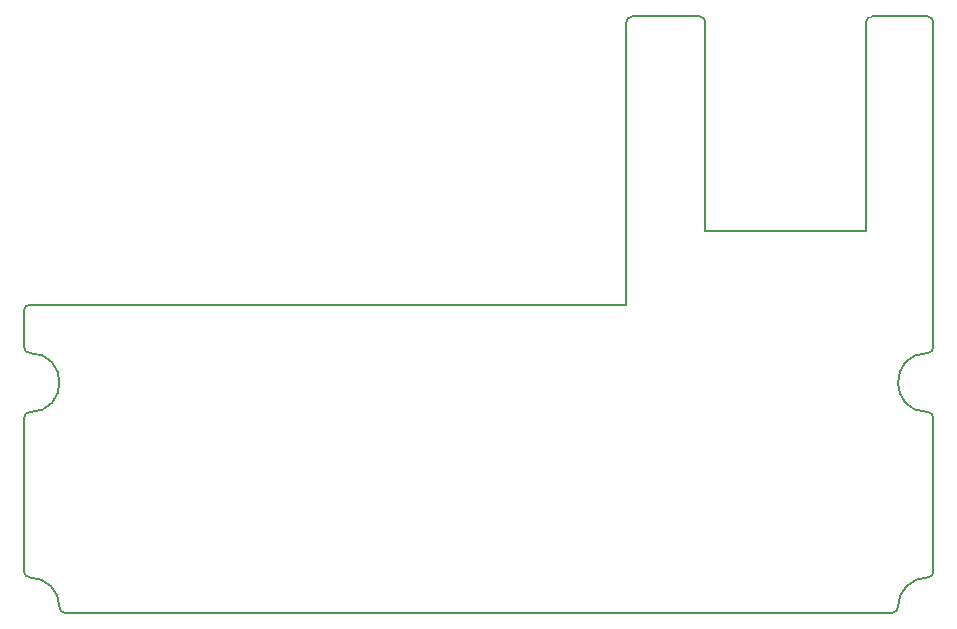
<source format=gko>
%TF.GenerationSoftware,KiCad,Pcbnew,7.0.7*%
%TF.CreationDate,2024-08-20T00:07:22+09:00*%
%TF.ProjectId,trackmacro,74726163-6b6d-4616-9372-6f2e6b696361,rev?*%
%TF.SameCoordinates,Original*%
%TF.FileFunction,Profile,NP*%
%FSLAX46Y46*%
G04 Gerber Fmt 4.6, Leading zero omitted, Abs format (unit mm)*
G04 Created by KiCad (PCBNEW 7.0.7) date 2024-08-20 00:07:22*
%MOMM*%
%LPD*%
G01*
G04 APERTURE LIST*
%TA.AperFunction,Profile*%
%ADD10C,0.200000*%
%TD*%
G04 APERTURE END LIST*
D10*
X97000000Y-39600000D02*
X97000000Y-67100000D01*
X20000000Y-86100000D02*
X20000000Y-73100000D01*
X93500000Y-89600000D02*
G75*
G03*
X94000000Y-89100000I0J500000D01*
G01*
X97000000Y-73100000D02*
X97000000Y-86100000D01*
X91800000Y-39100000D02*
G75*
G03*
X91300000Y-39600000I0J-500000D01*
G01*
X20500000Y-72600000D02*
G75*
G03*
X20500000Y-67600000I0J2500000D01*
G01*
X20000000Y-67100000D02*
X20000000Y-64000000D01*
X71500000Y-39100000D02*
G75*
G03*
X71000000Y-39600000I0J-500000D01*
G01*
X97000000Y-39600000D02*
G75*
G03*
X96500000Y-39100000I-500000J0D01*
G01*
X77700000Y-39600000D02*
X77700000Y-57300000D01*
X23000000Y-89100000D02*
G75*
G03*
X20500000Y-86600000I-2500000J0D01*
G01*
X77700000Y-39600000D02*
G75*
G03*
X77200000Y-39100000I-500000J0D01*
G01*
X96500000Y-86600000D02*
G75*
G03*
X94000000Y-89100000I0J-2500000D01*
G01*
X91300000Y-57300000D02*
X91300000Y-39600000D01*
X96500000Y-67600000D02*
G75*
G03*
X96500000Y-72600000I0J-2500000D01*
G01*
X93500000Y-89600000D02*
X23500000Y-89600000D01*
X71000000Y-63500000D02*
X71000000Y-39600000D01*
X20500000Y-63500000D02*
X71000000Y-63500000D01*
X20000000Y-67100000D02*
G75*
G03*
X20500000Y-67600000I500000J0D01*
G01*
X20500000Y-72600000D02*
G75*
G03*
X20000000Y-73100000I0J-500000D01*
G01*
X71500000Y-39100000D02*
X77200000Y-39100000D01*
X23000000Y-89100000D02*
G75*
G03*
X23500000Y-89600000I500000J0D01*
G01*
X20000000Y-86100000D02*
G75*
G03*
X20500000Y-86600000I500000J0D01*
G01*
X97000000Y-73100000D02*
G75*
G03*
X96500000Y-72600000I-500000J0D01*
G01*
X96500000Y-86600000D02*
G75*
G03*
X97000000Y-86100000I0J500000D01*
G01*
X96500000Y-67600000D02*
G75*
G03*
X97000000Y-67100000I0J500000D01*
G01*
X91800000Y-39100000D02*
X96500000Y-39100000D01*
X77700000Y-57300000D02*
X91300000Y-57300000D01*
X20500000Y-63500000D02*
G75*
G03*
X20000000Y-64000000I0J-500000D01*
G01*
M02*

</source>
